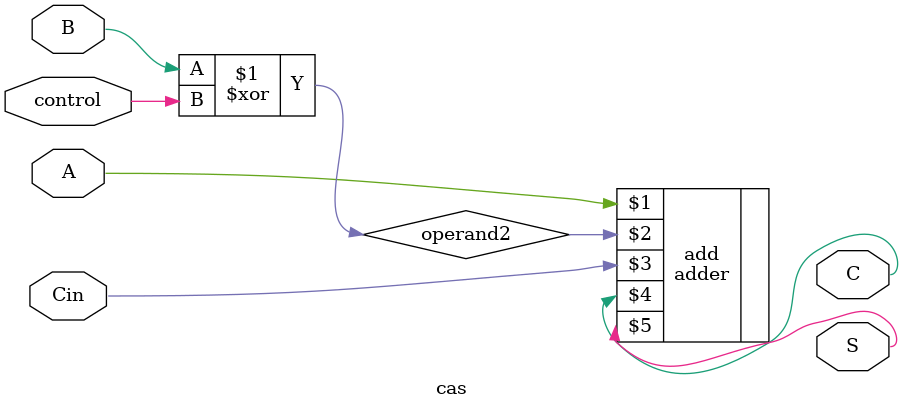
<source format=v>
module cas(control, A, B, Cin, C, S);
input A, B, Cin, control;
output C, S;

wire operand2 = B ^ control;

adder add(A, operand2, Cin, C, S);
endmodule

</source>
